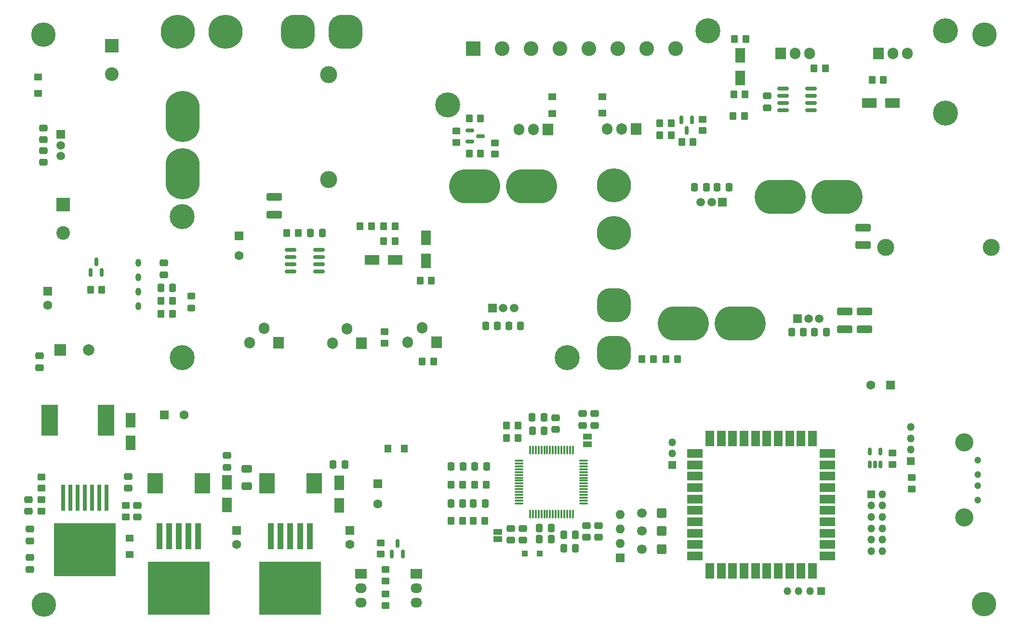
<source format=gts>
%TF.GenerationSoftware,KiCad,Pcbnew,(6.0.0-rc1-489-g57af990066)*%
%TF.CreationDate,2021-12-17T02:29:25+00:00*%
%TF.ProjectId,solarpump_main,736f6c61-7270-4756-9d70-5f6d61696e2e,1.0*%
%TF.SameCoordinates,Original*%
%TF.FileFunction,Soldermask,Top*%
%TF.FilePolarity,Negative*%
%FSLAX46Y46*%
G04 Gerber Fmt 4.6, Leading zero omitted, Abs format (unit mm)*
G04 Created by KiCad (PCBNEW (6.0.0-rc1-489-g57af990066)) date 2021-12-17 02:29:25*
%MOMM*%
%LPD*%
G01*
G04 APERTURE LIST*
G04 Aperture macros list*
%AMRoundRect*
0 Rectangle with rounded corners*
0 $1 Rounding radius*
0 $2 $3 $4 $5 $6 $7 $8 $9 X,Y pos of 4 corners*
0 Add a 4 corners polygon primitive as box body*
4,1,4,$2,$3,$4,$5,$6,$7,$8,$9,$2,$3,0*
0 Add four circle primitives for the rounded corners*
1,1,$1+$1,$2,$3*
1,1,$1+$1,$4,$5*
1,1,$1+$1,$6,$7*
1,1,$1+$1,$8,$9*
0 Add four rect primitives between the rounded corners*
20,1,$1+$1,$2,$3,$4,$5,0*
20,1,$1+$1,$4,$5,$6,$7,0*
20,1,$1+$1,$6,$7,$8,$9,0*
20,1,$1+$1,$8,$9,$2,$3,0*%
%AMHorizOval*
0 Thick line with rounded ends*
0 $1 width*
0 $2 $3 position (X,Y) of the first rounded end (center of the circle)*
0 $4 $5 position (X,Y) of the second rounded end (center of the circle)*
0 Add line between two ends*
20,1,$1,$2,$3,$4,$5,0*
0 Add two circle primitives to create the rounded ends*
1,1,$1,$2,$3*
1,1,$1,$4,$5*%
G04 Aperture macros list end*
%ADD10RoundRect,0.250000X0.450000X-0.350000X0.450000X0.350000X-0.450000X0.350000X-0.450000X-0.350000X0*%
%ADD11RoundRect,0.250000X-0.475000X0.337500X-0.475000X-0.337500X0.475000X-0.337500X0.475000X0.337500X0*%
%ADD12C,0.700000*%
%ADD13C,4.400000*%
%ADD14R,1.600000X1.600000*%
%ADD15C,1.600000*%
%ADD16C,1.200000*%
%ADD17C,3.200000*%
%ADD18R,0.800000X4.600000*%
%ADD19R,10.800000X9.400000*%
%ADD20RoundRect,0.150000X0.825000X0.150000X-0.825000X0.150000X-0.825000X-0.150000X0.825000X-0.150000X0*%
%ADD21RoundRect,0.250000X0.350000X0.450000X-0.350000X0.450000X-0.350000X-0.450000X0.350000X-0.450000X0*%
%ADD22RoundRect,0.250000X0.337500X0.475000X-0.337500X0.475000X-0.337500X-0.475000X0.337500X-0.475000X0*%
%ADD23RoundRect,0.250000X0.600000X0.600000X-0.600000X0.600000X-0.600000X-0.600000X0.600000X-0.600000X0*%
%ADD24C,1.700000*%
%ADD25RoundRect,0.250000X0.475000X-0.337500X0.475000X0.337500X-0.475000X0.337500X-0.475000X-0.337500X0*%
%ADD26RoundRect,0.150000X0.150000X-0.587500X0.150000X0.587500X-0.150000X0.587500X-0.150000X-0.587500X0*%
%ADD27RoundRect,0.250000X-0.450000X0.350000X-0.450000X-0.350000X0.450000X-0.350000X0.450000X0.350000X0*%
%ADD28R,1.500000X1.500000*%
%ADD29C,1.500000*%
%ADD30HorizOval,0.800000X0.000000X0.000000X0.000000X0.000000X0*%
%ADD31C,0.800000*%
%ADD32O,9.000000X6.000000*%
%ADD33HorizOval,0.800000X0.000000X0.000000X0.000000X0.000000X0*%
%ADD34R,1.800000X2.500000*%
%ADD35RoundRect,0.250000X-0.337500X-0.475000X0.337500X-0.475000X0.337500X0.475000X-0.337500X0.475000X0*%
%ADD36R,1.100000X4.600000*%
%ADD37C,3.000000*%
%ADD38C,1.350000*%
%ADD39R,2.800000X1.500000*%
%ADD40O,1.350000X1.350000*%
%ADD41R,1.500000X2.800000*%
%ADD42O,1.000000X1.400000*%
%ADD43R,1.350000X1.350000*%
%ADD44R,1.905000X2.000000*%
%ADD45O,1.905000X2.000000*%
%ADD46RoundRect,0.250000X-0.350000X-0.450000X0.350000X-0.450000X0.350000X0.450000X-0.350000X0.450000X0*%
%ADD47RoundRect,0.150000X0.150000X-0.512500X0.150000X0.512500X-0.150000X0.512500X-0.150000X-0.512500X0*%
%ADD48R,1.300000X1.400000*%
%ADD49R,2.030000X1.730000*%
%ADD50O,2.030000X1.730000*%
%ADD51RoundRect,2.400000X-0.600000X0.600000X-0.600000X-0.600000X0.600000X-0.600000X0.600000X0.600000X0*%
%ADD52RoundRect,2.400000X0.600000X0.600000X-0.600000X0.600000X-0.600000X-0.600000X0.600000X-0.600000X0*%
%ADD53C,6.000000*%
%ADD54R,1.500000X1.000000*%
%ADD55R,1.400000X1.300000*%
%ADD56RoundRect,0.250000X0.450000X-0.325000X0.450000X0.325000X-0.450000X0.325000X-0.450000X-0.325000X0*%
%ADD57R,2.400000X2.400000*%
%ADD58C,2.400000*%
%ADD59C,4.300000*%
%ADD60R,2.700000X3.600000*%
%ADD61O,1.600000X1.600000*%
%ADD62R,2.000000X2.000000*%
%ADD63C,2.000000*%
%ADD64RoundRect,0.075000X-0.662500X-0.075000X0.662500X-0.075000X0.662500X0.075000X-0.662500X0.075000X0*%
%ADD65RoundRect,0.075000X-0.075000X-0.662500X0.075000X-0.662500X0.075000X0.662500X-0.075000X0.662500X0*%
%ADD66RoundRect,0.150000X-0.150000X0.587500X-0.150000X-0.587500X0.150000X-0.587500X0.150000X0.587500X0*%
%ADD67R,2.900000X5.400000*%
%ADD68RoundRect,0.250000X1.100000X-0.412500X1.100000X0.412500X-1.100000X0.412500X-1.100000X-0.412500X0*%
%ADD69RoundRect,0.150000X-0.587500X-0.150000X0.587500X-0.150000X0.587500X0.150000X-0.587500X0.150000X0*%
%ADD70RoundRect,0.250000X-1.100000X0.412500X-1.100000X-0.412500X1.100000X-0.412500X1.100000X0.412500X0*%
%ADD71R,2.500000X1.800000*%
%ADD72HorizOval,0.800000X0.000000X0.000000X0.000000X0.000000X0*%
%ADD73HorizOval,0.800000X0.000000X0.000000X0.000000X0.000000X0*%
%ADD74R,2.600000X2.600000*%
%ADD75C,2.600000*%
%ADD76RoundRect,0.250000X-0.650000X0.412500X-0.650000X-0.412500X0.650000X-0.412500X0.650000X0.412500X0*%
%ADD77R,1.000000X1.000000*%
%ADD78RoundRect,0.150000X-0.825000X-0.150000X0.825000X-0.150000X0.825000X0.150000X-0.825000X0.150000X0*%
%ADD79HorizOval,0.800000X0.000000X0.000000X0.000000X0.000000X0*%
%ADD80O,6.000000X9.000000*%
%ADD81HorizOval,0.800000X0.000000X0.000000X0.000000X0.000000X0*%
%ADD82RoundRect,2.400000X0.600000X-0.600000X0.600000X0.600000X-0.600000X0.600000X-0.600000X-0.600000X0*%
G04 APERTURE END LIST*
D10*
%TO.C,R19*%
X81681235Y-155605600D03*
X81681235Y-153605600D03*
%TD*%
D11*
%TO.C,C26*%
X19981235Y-151178500D03*
X19981235Y-153253500D03*
%TD*%
D12*
%TO.C,HS4*%
X139105000Y-65191000D03*
D13*
X139105000Y-63541000D03*
D12*
X139105000Y-61891000D03*
X140271726Y-64707726D03*
X137938274Y-62374274D03*
X140755000Y-63541000D03*
X137938274Y-64707726D03*
X137455000Y-63541000D03*
X140271726Y-62374274D03*
%TD*%
D14*
%TO.C,CP7*%
X171255000Y-125891000D03*
D15*
X167755000Y-125891000D03*
%TD*%
D11*
%TO.C,C27*%
X19981235Y-156178500D03*
X19981235Y-158253500D03*
%TD*%
D16*
%TO.C,J4*%
X186594635Y-139066000D03*
X186594635Y-141566000D03*
X186594635Y-143566000D03*
X186594635Y-146066000D03*
D17*
X184194635Y-149166000D03*
X184194635Y-135966000D03*
%TD*%
D18*
%TO.C,U7*%
X33491235Y-145641000D03*
X32221235Y-145641000D03*
X30951235Y-145641000D03*
D19*
X29681235Y-154791000D03*
D18*
X29681235Y-145641000D03*
X28411235Y-145641000D03*
X27141235Y-145641000D03*
X25871235Y-145641000D03*
%TD*%
D20*
%TO.C,U11*%
X157281835Y-77516600D03*
X157281835Y-76246600D03*
X157281835Y-74976600D03*
X157281835Y-73706600D03*
X152331835Y-73706600D03*
X152331835Y-74976600D03*
X152331835Y-76246600D03*
X152331835Y-77516600D03*
%TD*%
D21*
%TO.C,R41*%
X99205000Y-85091000D03*
X97205000Y-85091000D03*
%TD*%
D22*
%TO.C,C18*%
X45118735Y-108716000D03*
X43043735Y-108716000D03*
%TD*%
D23*
%TO.C,TH1*%
X131020155Y-154686000D03*
D24*
X127520155Y-154686000D03*
%TD*%
D11*
%TO.C,C8*%
X119227600Y-130890100D03*
X119227600Y-132965100D03*
%TD*%
D25*
%TO.C,C29*%
X21710835Y-122775500D03*
X21710835Y-120700500D03*
%TD*%
D26*
%TO.C,Q4*%
X30731235Y-106078500D03*
X32631235Y-106078500D03*
X31681235Y-104203500D03*
%TD*%
D27*
%TO.C,R20*%
X36849235Y-147052400D03*
X36849235Y-149052400D03*
%TD*%
D28*
%TO.C,U6*%
X101289675Y-112277630D03*
D29*
X103199675Y-112277630D03*
X105109675Y-112277630D03*
D30*
X104249675Y-90247630D03*
D31*
X112149675Y-90247630D03*
X104999675Y-92537630D03*
X104999675Y-89217630D03*
X106199675Y-88827630D03*
X110199675Y-88827630D03*
X107529675Y-88827630D03*
X111399675Y-89217630D03*
X107529675Y-92927630D03*
D32*
X108199675Y-90877630D03*
D31*
X108869675Y-88827630D03*
X111399675Y-92537630D03*
D33*
X104249675Y-91507630D03*
D31*
X108869675Y-92927630D03*
X110199675Y-92927630D03*
X112149675Y-91507630D03*
X106199675Y-92927630D03*
X98869675Y-88827630D03*
X100199675Y-92927630D03*
X94249675Y-91507630D03*
D30*
X102149675Y-91507630D03*
D31*
X98869675Y-92927630D03*
X96199675Y-92927630D03*
X101399675Y-92537630D03*
X100199675Y-88827630D03*
X94999675Y-89217630D03*
X101399675Y-89217630D03*
D32*
X98199675Y-90877630D03*
D31*
X94249675Y-90247630D03*
X96199675Y-88827630D03*
D33*
X102149675Y-90247630D03*
D31*
X97529675Y-88827630D03*
X97529675Y-92927630D03*
X94999675Y-92537630D03*
%TD*%
D34*
%TO.C,D10*%
X144799235Y-71871200D03*
X144799235Y-67871200D03*
%TD*%
D35*
%TO.C,C1*%
X109520155Y-152984070D03*
X111595155Y-152984070D03*
%TD*%
D10*
%TO.C,R5*%
X82481235Y-164616000D03*
X82481235Y-162616000D03*
%TD*%
D23*
%TO.C,TH3*%
X131020155Y-148336000D03*
D24*
X127520155Y-148336000D03*
%TD*%
D36*
%TO.C,U9*%
X49581235Y-152441000D03*
X47881235Y-152441000D03*
X46181235Y-152441000D03*
D19*
X46181235Y-161591000D03*
D36*
X44481235Y-152441000D03*
X42781235Y-152441000D03*
%TD*%
D37*
%TO.C,L1*%
X72536235Y-89734000D03*
X72536235Y-71234000D03*
%TD*%
D38*
%TO.C,MCU1*%
X159505000Y-155891000D03*
D39*
X160155000Y-155891000D03*
D40*
X159505000Y-153891000D03*
D39*
X160155000Y-153891000D03*
D40*
X159505000Y-151891000D03*
D39*
X160155000Y-151891000D03*
D40*
X159505000Y-149891000D03*
D39*
X160155000Y-149891000D03*
D40*
X159505000Y-147891000D03*
D39*
X160155000Y-147891000D03*
X160155000Y-145891000D03*
D40*
X159505000Y-145891000D03*
D39*
X160155000Y-143891000D03*
D40*
X159505000Y-143891000D03*
D39*
X160155000Y-141891000D03*
D40*
X159505000Y-141891000D03*
D39*
X160155000Y-139891000D03*
D40*
X159505000Y-139891000D03*
X159505000Y-137891000D03*
D39*
X160155000Y-137891000D03*
D41*
X157505000Y-135241000D03*
D40*
X157505000Y-135891000D03*
D41*
X155505000Y-135241000D03*
D40*
X155505000Y-135891000D03*
X153505000Y-135891000D03*
D41*
X153505000Y-135241000D03*
D40*
X151505000Y-135891000D03*
D41*
X151505000Y-135241000D03*
X149505000Y-135241000D03*
D40*
X149505000Y-135891000D03*
D41*
X147505000Y-135241000D03*
D40*
X147505000Y-135891000D03*
D41*
X145505000Y-135241000D03*
D40*
X145505000Y-135891000D03*
X143505000Y-135891000D03*
D41*
X143505000Y-135241000D03*
D40*
X141505000Y-135891000D03*
D41*
X141505000Y-135241000D03*
X139505000Y-135241000D03*
D40*
X139505000Y-135891000D03*
X137505000Y-137891000D03*
D39*
X136855000Y-137891000D03*
D40*
X137505000Y-139891000D03*
D39*
X136855000Y-139891000D03*
D40*
X137505000Y-141891000D03*
D39*
X136855000Y-141891000D03*
D40*
X137505000Y-143891000D03*
D39*
X136855000Y-143891000D03*
X136855000Y-145891000D03*
D40*
X137505000Y-145891000D03*
X137505000Y-147891000D03*
D39*
X136855000Y-147891000D03*
X136855000Y-149891000D03*
D40*
X137505000Y-149891000D03*
X137505000Y-151891000D03*
D39*
X136855000Y-151891000D03*
D40*
X137505000Y-153891000D03*
D39*
X136855000Y-153891000D03*
D40*
X137505000Y-155891000D03*
D39*
X136855000Y-155891000D03*
D41*
X139505000Y-158541000D03*
D40*
X139505000Y-157891000D03*
X141505000Y-157891000D03*
D41*
X141505000Y-158541000D03*
D40*
X143505000Y-157891000D03*
D41*
X143505000Y-158541000D03*
X145505000Y-158541000D03*
D40*
X145505000Y-157891000D03*
D41*
X147505000Y-158541000D03*
D40*
X147505000Y-157891000D03*
X149505000Y-157891000D03*
D41*
X149505000Y-158541000D03*
X151505000Y-158541000D03*
D40*
X151505000Y-157891000D03*
X153505000Y-157891000D03*
D41*
X153505000Y-158541000D03*
D40*
X155505000Y-157891000D03*
D41*
X155505000Y-158541000D03*
D40*
X157505000Y-157891000D03*
D41*
X157505000Y-158541000D03*
%TD*%
D42*
%TO.C,U5*%
X39031235Y-104316000D03*
X39031235Y-106856000D03*
X39031235Y-109396000D03*
X39031235Y-111936000D03*
%TD*%
D14*
%TO.C,CP6*%
X43605635Y-131136000D03*
D15*
X47105635Y-131136000D03*
%TD*%
D21*
%TO.C,R13*%
X84178835Y-100503600D03*
X82178835Y-100503600D03*
%TD*%
%TO.C,R33*%
X159781235Y-70116000D03*
X157781235Y-70116000D03*
%TD*%
D43*
%TO.C,J5*%
X167820155Y-145059070D03*
D40*
X169820155Y-145059070D03*
X167820155Y-147059070D03*
X169820155Y-147059070D03*
X167820155Y-149059070D03*
X169820155Y-149059070D03*
X167820155Y-151059070D03*
X169820155Y-151059070D03*
X167820155Y-153059070D03*
X169820155Y-153059070D03*
X167820155Y-155059070D03*
X169820155Y-155059070D03*
%TD*%
D23*
%TO.C,TH2*%
X131020155Y-151511000D03*
D24*
X127520155Y-151511000D03*
%TD*%
D44*
%TO.C,Q2*%
X91495000Y-118333500D03*
D45*
X88955000Y-115793500D03*
X86415000Y-118333500D03*
%TD*%
D46*
%TO.C,R46*%
X98176235Y-143416000D03*
X100176235Y-143416000D03*
%TD*%
%TO.C,R36*%
X131791200Y-121291000D03*
X133791200Y-121291000D03*
%TD*%
D11*
%TO.C,C28*%
X19781235Y-145978500D03*
X19781235Y-148053500D03*
%TD*%
D35*
%TO.C,C48*%
X153867500Y-116516000D03*
X155942500Y-116516000D03*
%TD*%
D25*
%TO.C,C13*%
X119922175Y-152615130D03*
X119922175Y-150540130D03*
%TD*%
D21*
%TO.C,R8*%
X96055000Y-149741000D03*
X94055000Y-149741000D03*
%TD*%
%TO.C,R39*%
X99217500Y-78991000D03*
X97217500Y-78991000D03*
%TD*%
D22*
%TO.C,C44*%
X100243735Y-140141000D03*
X98168735Y-140141000D03*
%TD*%
D43*
%TO.C,J13*%
X159080200Y-162052000D03*
D40*
X157080200Y-162052000D03*
X155080200Y-162052000D03*
X153080200Y-162052000D03*
%TD*%
D22*
%TO.C,C9*%
X115896300Y-154584400D03*
X113821300Y-154584400D03*
%TD*%
D47*
%TO.C,U1*%
X167572835Y-139791900D03*
X168522835Y-139791900D03*
X169472835Y-139791900D03*
X169472835Y-137516900D03*
X167572835Y-137516900D03*
%TD*%
D35*
%TO.C,C2*%
X109520155Y-150984070D03*
X111595155Y-150984070D03*
%TD*%
D10*
%TO.C,R38*%
X138195235Y-81082000D03*
X138195235Y-79082000D03*
%TD*%
D25*
%TO.C,C39*%
X149523635Y-77055500D03*
X149523635Y-74980500D03*
%TD*%
D48*
%TO.C,D5*%
X82931235Y-137016000D03*
X85831235Y-137016000D03*
%TD*%
D49*
%TO.C,J8*%
X78181235Y-159016000D03*
D50*
X78181235Y-161556000D03*
X78181235Y-164096000D03*
%TD*%
D25*
%TO.C,C4*%
X104557655Y-153121570D03*
X104557655Y-151046570D03*
%TD*%
D22*
%TO.C,C47*%
X159942500Y-116516000D03*
X157867500Y-116516000D03*
%TD*%
%TO.C,C46*%
X96122500Y-140141000D03*
X94047500Y-140141000D03*
%TD*%
D35*
%TO.C,C43*%
X136777500Y-91091000D03*
X138852500Y-91091000D03*
%TD*%
D46*
%TO.C,R35*%
X127574800Y-121291000D03*
X129574800Y-121291000D03*
%TD*%
D21*
%TO.C,R1*%
X105749600Y-135128000D03*
X103749600Y-135128000D03*
%TD*%
D51*
%TO.C,F1*%
X75505000Y-63741000D03*
D52*
X67105000Y-63741000D03*
D53*
X46005000Y-63741000D03*
X54405000Y-63741000D03*
%TD*%
D21*
%TO.C,R30*%
X145545235Y-78566000D03*
X143545235Y-78566000D03*
%TD*%
D46*
%TO.C,R45*%
X94055000Y-143409070D03*
X96055000Y-143409070D03*
%TD*%
D54*
%TO.C,JP2*%
X118008400Y-136235200D03*
X118008400Y-134935200D03*
%TD*%
D55*
%TO.C,D13*%
X37509635Y-152749200D03*
X37509635Y-155649200D03*
%TD*%
D56*
%TO.C,D2*%
X48361600Y-112277000D03*
X48361600Y-110227000D03*
%TD*%
D12*
%TO.C,HS6*%
X95055000Y-76541000D03*
X92238274Y-75374274D03*
X91755000Y-76541000D03*
D13*
X93405000Y-76541000D03*
D12*
X94571726Y-77707726D03*
X92238274Y-77707726D03*
X93405000Y-78191000D03*
X93405000Y-74891000D03*
X94571726Y-75374274D03*
%TD*%
D11*
%TO.C,C33*%
X54629235Y-138226500D03*
X54629235Y-140301500D03*
%TD*%
D57*
%TO.C,CP3*%
X25876435Y-94116000D03*
D58*
X25876435Y-99116000D03*
%TD*%
D59*
%TO.C,H4*%
X22455000Y-164491000D03*
%TD*%
D11*
%TO.C,C10*%
X112420400Y-131601300D03*
X112420400Y-133676300D03*
%TD*%
D46*
%TO.C,R16*%
X30656235Y-109066000D03*
X32656235Y-109066000D03*
%TD*%
D12*
%TO.C,HS5*%
X179688274Y-64707726D03*
X182505000Y-63541000D03*
X179205000Y-63541000D03*
D13*
X180855000Y-63541000D03*
D12*
X179688274Y-62374274D03*
X182021726Y-62374274D03*
X180855000Y-61891000D03*
X182021726Y-64707726D03*
X180855000Y-65191000D03*
%TD*%
D60*
%TO.C,L4*%
X50331235Y-143116000D03*
X42031235Y-143116000D03*
%TD*%
D46*
%TO.C,R2*%
X103749600Y-132943600D03*
X105749600Y-132943600D03*
%TD*%
D34*
%TO.C,D7*%
X74390435Y-143055200D03*
X74390435Y-147055200D03*
%TD*%
D10*
%TO.C,R15*%
X82366035Y-118470800D03*
X82366035Y-116470800D03*
%TD*%
D35*
%TO.C,C6*%
X108284100Y-131521200D03*
X110359100Y-131521200D03*
%TD*%
D10*
%TO.C,R6*%
X82467635Y-160279200D03*
X82467635Y-158279200D03*
%TD*%
D46*
%TO.C,R11*%
X43081235Y-113316000D03*
X45081235Y-113316000D03*
%TD*%
D25*
%TO.C,C3*%
X106622175Y-153121570D03*
X106622175Y-151046570D03*
%TD*%
D27*
%TO.C,R37*%
X94917500Y-81141000D03*
X94917500Y-83141000D03*
%TD*%
D35*
%TO.C,C17*%
X69332915Y-99132000D03*
X71407915Y-99132000D03*
%TD*%
D44*
%TO.C,Q8*%
X151905000Y-67541000D03*
D45*
X154445000Y-67541000D03*
X156985000Y-67541000D03*
%TD*%
D46*
%TO.C,R44*%
X130692835Y-81910800D03*
X132692835Y-81910800D03*
%TD*%
D14*
%TO.C,RN1*%
X123705000Y-156259070D03*
D61*
X123705000Y-153719070D03*
X123705000Y-151179070D03*
X123705000Y-148639070D03*
%TD*%
D11*
%TO.C,C49*%
X38881235Y-147014900D03*
X38881235Y-149089900D03*
%TD*%
D14*
%TO.C,C31*%
X56305635Y-151405200D03*
D15*
X56305635Y-153905200D03*
%TD*%
D37*
%TO.C,L5*%
X188905000Y-101641000D03*
X170405000Y-101641000D03*
%TD*%
D21*
%TO.C,R12*%
X90579635Y-107463200D03*
X88579635Y-107463200D03*
%TD*%
D62*
%TO.C,CP4*%
X25368435Y-119655200D03*
D63*
X30368435Y-119655200D03*
%TD*%
D64*
%TO.C,U2*%
X105995155Y-139159070D03*
X105995155Y-139659070D03*
X105995155Y-140159070D03*
X105995155Y-140659070D03*
X105995155Y-141159070D03*
X105995155Y-141659070D03*
X105995155Y-142159070D03*
X105995155Y-142659070D03*
X105995155Y-143159070D03*
X105995155Y-143659070D03*
X105995155Y-144159070D03*
X105995155Y-144659070D03*
X105995155Y-145159070D03*
X105995155Y-145659070D03*
X105995155Y-146159070D03*
X105995155Y-146659070D03*
D65*
X107907655Y-148571570D03*
X108407655Y-148571570D03*
X108907655Y-148571570D03*
X109407655Y-148571570D03*
X109907655Y-148571570D03*
X110407655Y-148571570D03*
X110907655Y-148571570D03*
X111407655Y-148571570D03*
X111907655Y-148571570D03*
X112407655Y-148571570D03*
X112907655Y-148571570D03*
X113407655Y-148571570D03*
X113907655Y-148571570D03*
X114407655Y-148571570D03*
X114907655Y-148571570D03*
X115407655Y-148571570D03*
D64*
X117320155Y-146659070D03*
X117320155Y-146159070D03*
X117320155Y-145659070D03*
X117320155Y-145159070D03*
X117320155Y-144659070D03*
X117320155Y-144159070D03*
X117320155Y-143659070D03*
X117320155Y-143159070D03*
X117320155Y-142659070D03*
X117320155Y-142159070D03*
X117320155Y-141659070D03*
X117320155Y-141159070D03*
X117320155Y-140659070D03*
X117320155Y-140159070D03*
X117320155Y-139659070D03*
X117320155Y-139159070D03*
D65*
X115407655Y-137246570D03*
X114907655Y-137246570D03*
X114407655Y-137246570D03*
X113907655Y-137246570D03*
X113407655Y-137246570D03*
X112907655Y-137246570D03*
X112407655Y-137246570D03*
X111907655Y-137246570D03*
X111407655Y-137246570D03*
X110907655Y-137246570D03*
X110407655Y-137246570D03*
X109907655Y-137246570D03*
X109407655Y-137246570D03*
X108907655Y-137246570D03*
X108407655Y-137246570D03*
X107907655Y-137246570D03*
%TD*%
D44*
%TO.C,Q3*%
X78231235Y-118486000D03*
D45*
X75691235Y-115946000D03*
X73151235Y-118486000D03*
%TD*%
D66*
%TO.C,Q10*%
X136351235Y-79203500D03*
X134451235Y-79203500D03*
X135401235Y-81078500D03*
%TD*%
D43*
%TO.C,J3*%
X174771235Y-139213200D03*
D40*
X174771235Y-137213200D03*
X174771235Y-135213200D03*
X174771235Y-133213200D03*
%TD*%
D43*
%TO.C,J2*%
X132842000Y-139891000D03*
D40*
X132842000Y-137891000D03*
X132842000Y-135891000D03*
%TD*%
D67*
%TO.C,L2*%
X33431235Y-132016000D03*
X23531235Y-132016000D03*
%TD*%
D22*
%TO.C,C45*%
X142852500Y-91091000D03*
X140777500Y-91091000D03*
%TD*%
D68*
%TO.C,C20*%
X62920415Y-95868500D03*
X62920415Y-92743500D03*
%TD*%
D25*
%TO.C,C14*%
X22405000Y-86678500D03*
X22405000Y-84603500D03*
%TD*%
D26*
%TO.C,Q5*%
X83631235Y-155593900D03*
X85531235Y-155593900D03*
X84581235Y-153718900D03*
%TD*%
D36*
%TO.C,U8*%
X69181235Y-152441000D03*
X67481235Y-152441000D03*
D19*
X65781235Y-161591000D03*
D36*
X65781235Y-152441000D03*
X64081235Y-152441000D03*
X62381235Y-152441000D03*
%TD*%
D54*
%TO.C,JP1*%
X102260400Y-152973800D03*
X102260400Y-151673800D03*
%TD*%
D12*
%TO.C,HS7*%
X182021726Y-76849274D03*
X180855000Y-79666000D03*
X179688274Y-79182726D03*
X179688274Y-76849274D03*
X182505000Y-78016000D03*
X182021726Y-79182726D03*
X180855000Y-76366000D03*
X179205000Y-78016000D03*
D13*
X180855000Y-78016000D03*
%TD*%
D57*
%TO.C,CP1*%
X34405000Y-66141000D03*
D58*
X34405000Y-71141000D03*
%TD*%
D14*
%TO.C,CP2*%
X56805000Y-99589200D03*
D15*
X56805000Y-103089200D03*
%TD*%
D46*
%TO.C,R32*%
X143680000Y-74748000D03*
X145680000Y-74748000D03*
%TD*%
D11*
%TO.C,C25*%
X37255635Y-141934900D03*
X37255635Y-144009900D03*
%TD*%
D55*
%TO.C,D11*%
X111810800Y-75166000D03*
X111810800Y-78066000D03*
%TD*%
D44*
%TO.C,Q12*%
X126555000Y-80847630D03*
D45*
X124015000Y-80847630D03*
X121475000Y-80847630D03*
%TD*%
D49*
%TO.C,J9*%
X87954035Y-159016000D03*
D50*
X87954035Y-161556000D03*
X87954035Y-164096000D03*
%TD*%
D69*
%TO.C,Q9*%
X97280000Y-81091000D03*
X97280000Y-82991000D03*
X99155000Y-82041000D03*
%TD*%
D34*
%TO.C,D8*%
X54629235Y-142953600D03*
X54629235Y-146953600D03*
%TD*%
D14*
%TO.C,C30*%
X76219235Y-151405200D03*
D15*
X76219235Y-153905200D03*
%TD*%
D12*
%TO.C,HS1*%
X45638274Y-122182726D03*
X47971726Y-119849274D03*
X45638274Y-119849274D03*
X46805000Y-122666000D03*
X45155000Y-121016000D03*
X47971726Y-122182726D03*
X48455000Y-121016000D03*
D13*
X46805000Y-121016000D03*
D12*
X46805000Y-119366000D03*
%TD*%
D11*
%TO.C,C16*%
X22405000Y-80603500D03*
X22405000Y-82678500D03*
%TD*%
D21*
%TO.C,R40*%
X136553635Y-83130000D03*
X134553635Y-83130000D03*
%TD*%
D44*
%TO.C,Q11*%
X111005000Y-80877630D03*
D45*
X108465000Y-80877630D03*
X105925000Y-80877630D03*
%TD*%
D46*
%TO.C,R42*%
X130692835Y-79828000D03*
X132692835Y-79828000D03*
%TD*%
%TO.C,R17*%
X78013235Y-97912800D03*
X80013235Y-97912800D03*
%TD*%
D21*
%TO.C,R7*%
X99955000Y-149741000D03*
X97955000Y-149741000D03*
%TD*%
D22*
%TO.C,C22*%
X99992500Y-146691000D03*
X97917500Y-146691000D03*
%TD*%
D21*
%TO.C,R14*%
X90935235Y-121738000D03*
X88935235Y-121738000D03*
%TD*%
D70*
%TO.C,C41*%
X163180000Y-112928500D03*
X163180000Y-116053500D03*
%TD*%
D21*
%TO.C,R31*%
X169981235Y-72216000D03*
X167981235Y-72216000D03*
%TD*%
D12*
%TO.C,HS3*%
X45155000Y-96191000D03*
X46805000Y-94541000D03*
D13*
X46805000Y-96191000D03*
D12*
X47971726Y-95024274D03*
X45638274Y-97357726D03*
X46805000Y-97841000D03*
X45638274Y-95024274D03*
X48455000Y-96191000D03*
X47971726Y-97357726D03*
%TD*%
D59*
%TO.C,H2*%
X187755000Y-64241000D03*
%TD*%
D44*
%TO.C,Q7*%
X169105000Y-67541000D03*
D45*
X171645000Y-67541000D03*
X174185000Y-67541000D03*
%TD*%
D22*
%TO.C,C11*%
X115892500Y-152196800D03*
X113817500Y-152196800D03*
%TD*%
D12*
%TO.C,HS2*%
X115571726Y-119849274D03*
X116055000Y-121016000D03*
X114405000Y-122666000D03*
X113238274Y-119849274D03*
X112755000Y-121016000D03*
X114405000Y-119366000D03*
D13*
X114405000Y-121016000D03*
D12*
X115571726Y-122182726D03*
X113238274Y-122182726D03*
%TD*%
D71*
%TO.C,D9*%
X167538835Y-76221200D03*
X171538835Y-76221200D03*
%TD*%
D28*
%TO.C,U12*%
X141715000Y-93652630D03*
D29*
X139805000Y-93652630D03*
X137895000Y-93652630D03*
D72*
X138755000Y-114422630D03*
D31*
X134135000Y-117102630D03*
X136805000Y-117102630D03*
D32*
X134805000Y-115052630D03*
D31*
X135475000Y-113002630D03*
X138005000Y-113392630D03*
X131605000Y-113392630D03*
X130855000Y-115682630D03*
X135475000Y-117102630D03*
D73*
X138755000Y-115682630D03*
D31*
X130855000Y-114422630D03*
X132805000Y-117102630D03*
X131605000Y-116712630D03*
X136805000Y-113002630D03*
X138005000Y-116712630D03*
X132805000Y-113002630D03*
X134135000Y-113002630D03*
X148755000Y-115682630D03*
X145475000Y-113002630D03*
X142805000Y-117102630D03*
X148755000Y-114422630D03*
X144135000Y-117102630D03*
D73*
X140855000Y-114422630D03*
D72*
X140855000Y-115682630D03*
D32*
X144805000Y-115052630D03*
D31*
X146805000Y-117102630D03*
X146805000Y-113002630D03*
X141605000Y-113392630D03*
X145475000Y-117102630D03*
X144135000Y-113002630D03*
X142805000Y-113002630D03*
X141605000Y-116712630D03*
X148005000Y-116712630D03*
X148005000Y-113392630D03*
%TD*%
D46*
%TO.C,R10*%
X43081235Y-111016000D03*
X45081235Y-111016000D03*
%TD*%
D28*
%TO.C,U13*%
X154905000Y-114166000D03*
D29*
X156815000Y-114166000D03*
X158725000Y-114166000D03*
D31*
X161145000Y-90716000D03*
D30*
X157865000Y-92136000D03*
D31*
X162485000Y-90716000D03*
D32*
X161815000Y-92766000D03*
D31*
X163815000Y-90716000D03*
X159815000Y-90716000D03*
X162485000Y-94816000D03*
X165015000Y-91106000D03*
X158615000Y-94426000D03*
X159815000Y-94816000D03*
X161145000Y-94816000D03*
X165765000Y-92136000D03*
X158615000Y-91106000D03*
X163815000Y-94816000D03*
D33*
X157865000Y-93396000D03*
D31*
X165765000Y-93396000D03*
X165015000Y-94426000D03*
X148615000Y-94426000D03*
X153815000Y-94816000D03*
X149815000Y-94816000D03*
X153815000Y-90716000D03*
X147865000Y-93396000D03*
X152485000Y-90716000D03*
X151145000Y-94816000D03*
X149815000Y-90716000D03*
X155015000Y-91106000D03*
D33*
X155765000Y-92136000D03*
D31*
X155015000Y-94426000D03*
X152485000Y-94816000D03*
D32*
X151815000Y-92766000D03*
D30*
X155765000Y-93396000D03*
D31*
X147865000Y-92136000D03*
X151145000Y-90716000D03*
X148615000Y-91106000D03*
%TD*%
D11*
%TO.C,C19*%
X43531235Y-104378500D03*
X43531235Y-106453500D03*
%TD*%
D71*
%TO.C,D4*%
X80162835Y-103805600D03*
X84162835Y-103805600D03*
%TD*%
D74*
%TO.C,J1*%
X97905000Y-66641000D03*
D75*
X102985000Y-66641000D03*
X108065000Y-66641000D03*
X113145000Y-66641000D03*
X118225000Y-66641000D03*
X123305000Y-66641000D03*
X128385000Y-66641000D03*
X133465000Y-66641000D03*
%TD*%
D76*
%TO.C,C34*%
X58083635Y-140546300D03*
X58083635Y-143671300D03*
%TD*%
D34*
%TO.C,D3*%
X89579635Y-103976800D03*
X89579635Y-99976800D03*
%TD*%
D21*
%TO.C,R9*%
X67186235Y-99132000D03*
X65186235Y-99132000D03*
%TD*%
D46*
%TO.C,R18*%
X82178835Y-97912800D03*
X84178835Y-97912800D03*
%TD*%
D25*
%TO.C,C12*%
X117822175Y-152615130D03*
X117822175Y-150540130D03*
%TD*%
D10*
%TO.C,R21*%
X22081235Y-144016000D03*
X22081235Y-142016000D03*
%TD*%
D44*
%TO.C,Q1*%
X63705000Y-118411000D03*
D45*
X61165000Y-115871000D03*
X58625000Y-118411000D03*
%TD*%
D59*
%TO.C,H3*%
X187655000Y-164391000D03*
%TD*%
D34*
%TO.C,D6*%
X37712835Y-132031600D03*
X37712835Y-136031600D03*
%TD*%
D27*
%TO.C,R4*%
X174923635Y-142124800D03*
X174923635Y-144124800D03*
%TD*%
D22*
%TO.C,C32*%
X75377135Y-139822800D03*
X73302135Y-139822800D03*
%TD*%
D70*
%TO.C,C42*%
X166705000Y-112878500D03*
X166705000Y-116003500D03*
%TD*%
D22*
%TO.C,C15*%
X96092500Y-146691000D03*
X94017500Y-146691000D03*
%TD*%
D68*
%TO.C,C40*%
X166405000Y-101253500D03*
X166405000Y-98128500D03*
%TD*%
D77*
%TO.C,TP1*%
X106957655Y-155484070D03*
%TD*%
D14*
%TO.C,CP5*%
X81127600Y-143226400D03*
D15*
X81127600Y-146726400D03*
%TD*%
D10*
%TO.C,R22*%
X22081235Y-148016000D03*
X22081235Y-146016000D03*
%TD*%
D27*
%TO.C,R3*%
X171570835Y-137832200D03*
X171570835Y-139832200D03*
%TD*%
D35*
%TO.C,C5*%
X108317500Y-133891000D03*
X110392500Y-133891000D03*
%TD*%
D78*
%TO.C,U4*%
X65845415Y-102053000D03*
X65845415Y-103323000D03*
X65845415Y-104593000D03*
X65845415Y-105863000D03*
X70795415Y-105863000D03*
X70795415Y-104593000D03*
X70795415Y-103323000D03*
X70795415Y-102053000D03*
%TD*%
D46*
%TO.C,R34*%
X143799235Y-64994400D03*
X145799235Y-64994400D03*
%TD*%
D55*
%TO.C,D12*%
X120599200Y-75156400D03*
X120599200Y-78056400D03*
%TD*%
D11*
%TO.C,C7*%
X117094000Y-130890100D03*
X117094000Y-132965100D03*
%TD*%
D35*
%TO.C,C23*%
X100102175Y-115452630D03*
X102177175Y-115452630D03*
%TD*%
D55*
%TO.C,D1*%
X21455000Y-74541000D03*
X21455000Y-71641000D03*
%TD*%
D60*
%TO.C,L3*%
X70006035Y-143116000D03*
X61706035Y-143116000D03*
%TD*%
D77*
%TO.C,TP2*%
X109557655Y-155484070D03*
%TD*%
D59*
%TO.C,H1*%
X22355000Y-64191000D03*
%TD*%
D28*
%TO.C,U3*%
X25430000Y-81741000D03*
D29*
X25430000Y-83651000D03*
X25430000Y-85561000D03*
D79*
X47460000Y-84701000D03*
D31*
X45170000Y-91851000D03*
X44780000Y-87981000D03*
X44780000Y-89321000D03*
X45170000Y-85451000D03*
X47460000Y-92601000D03*
X48490000Y-85451000D03*
X48880000Y-90651000D03*
D80*
X46830000Y-88651000D03*
D31*
X44780000Y-86651000D03*
X48880000Y-89321000D03*
X48490000Y-91851000D03*
X46200000Y-92601000D03*
D81*
X46200000Y-84701000D03*
D31*
X48880000Y-87981000D03*
X48880000Y-86651000D03*
X44780000Y-90651000D03*
X45170000Y-75451000D03*
X44780000Y-76651000D03*
X44780000Y-80651000D03*
X48880000Y-77981000D03*
X46200000Y-74701000D03*
D79*
X46200000Y-82601000D03*
D31*
X48490000Y-75451000D03*
X47460000Y-74701000D03*
X44780000Y-79321000D03*
D80*
X46830000Y-78651000D03*
D31*
X44780000Y-77981000D03*
X48880000Y-80651000D03*
X48880000Y-79321000D03*
X45170000Y-81851000D03*
X48490000Y-81851000D03*
X48880000Y-76651000D03*
D81*
X47460000Y-82601000D03*
%TD*%
D14*
%TO.C,CP8*%
X23181235Y-109316000D03*
D15*
X23181235Y-111816000D03*
%TD*%
D22*
%TO.C,C21*%
X106227175Y-115452630D03*
X104152175Y-115452630D03*
%TD*%
D52*
%TO.C,F2*%
X122605000Y-120202630D03*
D82*
X122605000Y-111802630D03*
D53*
X122605000Y-99102630D03*
X122605000Y-90702630D03*
%TD*%
D27*
%TO.C,R43*%
X101705000Y-83241000D03*
X101705000Y-85241000D03*
%TD*%
M02*

</source>
